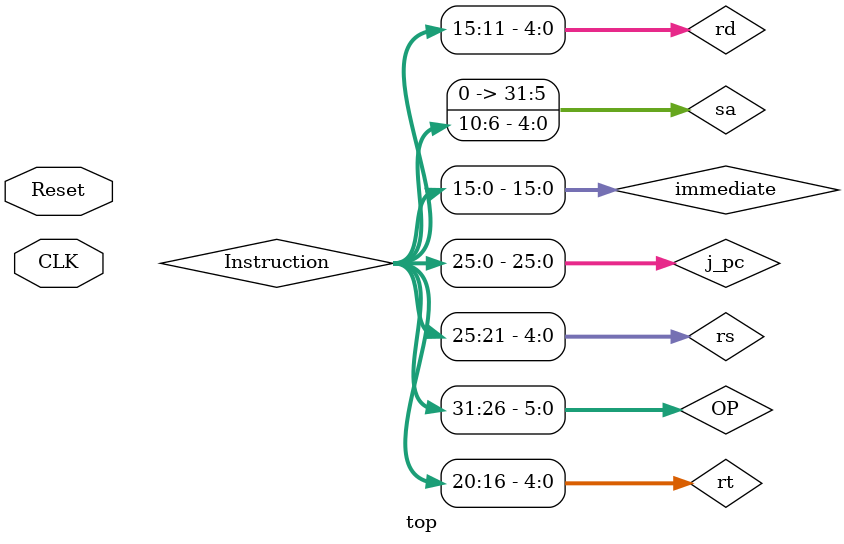
<source format=v>
`timescale 1ns / 1ps


module top(
  input CLK, Reset
  );
   wire [31:0] AluA, AluB;
   wire [31:0]Result,cur_pc;
   wire zero;
   wire  ExtSel, PCWre, InsMemRW, RegDst, RegWre;
   wire [2:0]ALUOP;
   wire [1:0]PCSrc;
   wire ALUSrcA, ALUSrcB, mRD, mWR, DBDataSrc;
   wire [31:0]Instruction;
   wire [5:0] OP;
  // wire [31:0]IAddr;
   wire [31:0]out_imm;
   wire [25:0]j_pc;
  /*initial 
  begin
  assign PCWre = 1;
  assign OP = 6'b000001;
  end
*/
   PC pc(Reset,CLK,PCWre,out_imm,j_pc,PCSrc,cur_pc);//pc counter
  // ID id(InsMemRW,cur_pc,Instruction);
  // pc_add4 pc_add(pc_out,pc4);//the bne or beq
 

  wire [4:0]rs;
  wire [4:0]rt;
  wire [4:0]rd;
  wire [31:0]sa;
  wire [15:0]immediate;//i type instruction
  ID id(InsMemRW,cur_pc,Instruction);
 
  assign OP = Instruction[31:26];
  assign rs = Instruction[25:21];
  assign rt = Instruction[20:16];
  assign rd = Instruction[15:11];
  assign sa = Instruction[10:6];
  assign immediate = Instruction[15:0];
  assign j_pc = Instruction[25:0];
  
   Control_unit control_unit(OP,zero,ExtSel,PCWre,InsMemRW,RegDst,RegWre,ALUOP,PCSrc,ALUSrcA,ALUSrcB,mRD,mWR,DBDataSrc);
  
  wire [4:0]write_Reg;
  wire [31:0]DB;
  wire [31:0]ReadData1;
  wire [31:0]ReadData2;
  
  assign write_Reg = (RegDst == 0)?rt:rd;
  RegFile regfile(CLK,RegWre,rs,rt,write_Reg,DB,ReadData1,ReadData2);
  extend size_extend(immediate,ExtSel,out_imm);
 
 // assign ext_sa[4:0] = sa;
 
  assign AluA = (ALUSrcA == 0)?ReadData1:sa;
  assign AluB = (ALUSrcB == 0)?ReadData2:out_imm;
  wire [31:0]Data_out;
  ALU32 alu(ALUOP,AluA,AluB,Result,zero);
  Data_Mem d_m(mRD,mWR,CLK,Result,ReadData2,Data_out);
  
  assign DB = (DBDataSrc == 0)?Result:Data_out;
  

   

endmodule
</source>
